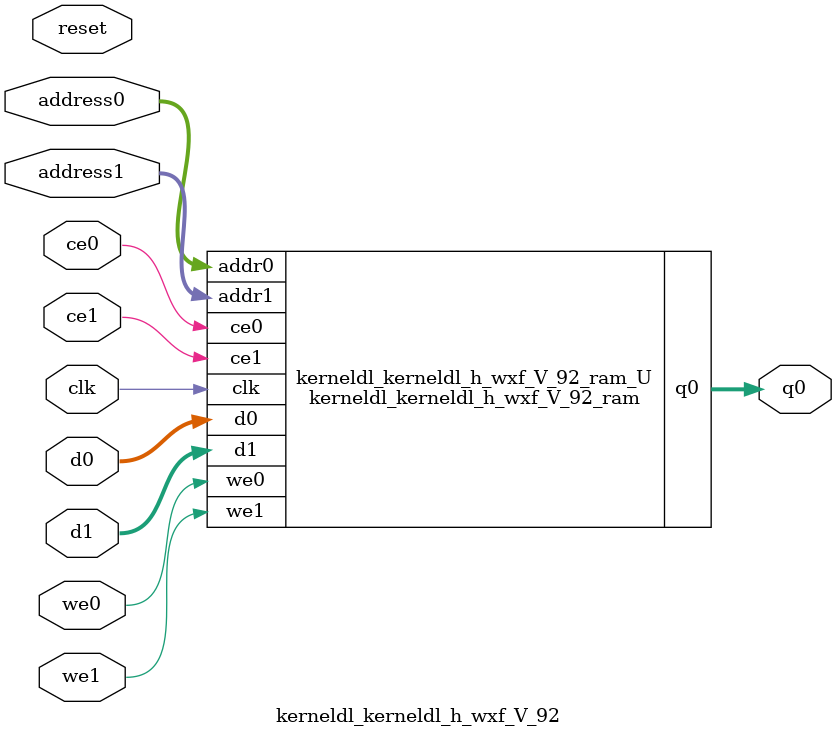
<source format=v>
`timescale 1 ns / 1 ps
module kerneldl_kerneldl_h_wxf_V_92_ram (addr0, ce0, d0, we0, q0, addr1, ce1, d1, we1,  clk);

parameter DWIDTH = 16;
parameter AWIDTH = 17;
parameter MEM_SIZE = 102400;

input[AWIDTH-1:0] addr0;
input ce0;
input[DWIDTH-1:0] d0;
input we0;
output reg[DWIDTH-1:0] q0;
input[AWIDTH-1:0] addr1;
input ce1;
input[DWIDTH-1:0] d1;
input we1;
input clk;

(* ram_style = "block" *)reg [DWIDTH-1:0] ram[0:MEM_SIZE-1];




always @(posedge clk)  
begin 
    if (ce0) begin
        if (we0) 
            ram[addr0] <= d0; 
        q0 <= ram[addr0];
    end
end


always @(posedge clk)  
begin 
    if (ce1) begin
        if (we1) 
            ram[addr1] <= d1; 
    end
end


endmodule

`timescale 1 ns / 1 ps
module kerneldl_kerneldl_h_wxf_V_92(
    reset,
    clk,
    address0,
    ce0,
    we0,
    d0,
    q0,
    address1,
    ce1,
    we1,
    d1);

parameter DataWidth = 32'd16;
parameter AddressRange = 32'd102400;
parameter AddressWidth = 32'd17;
input reset;
input clk;
input[AddressWidth - 1:0] address0;
input ce0;
input we0;
input[DataWidth - 1:0] d0;
output[DataWidth - 1:0] q0;
input[AddressWidth - 1:0] address1;
input ce1;
input we1;
input[DataWidth - 1:0] d1;



kerneldl_kerneldl_h_wxf_V_92_ram kerneldl_kerneldl_h_wxf_V_92_ram_U(
    .clk( clk ),
    .addr0( address0 ),
    .ce0( ce0 ),
    .we0( we0 ),
    .d0( d0 ),
    .q0( q0 ),
    .addr1( address1 ),
    .ce1( ce1 ),
    .we1( we1 ),
    .d1( d1 ));

endmodule


</source>
